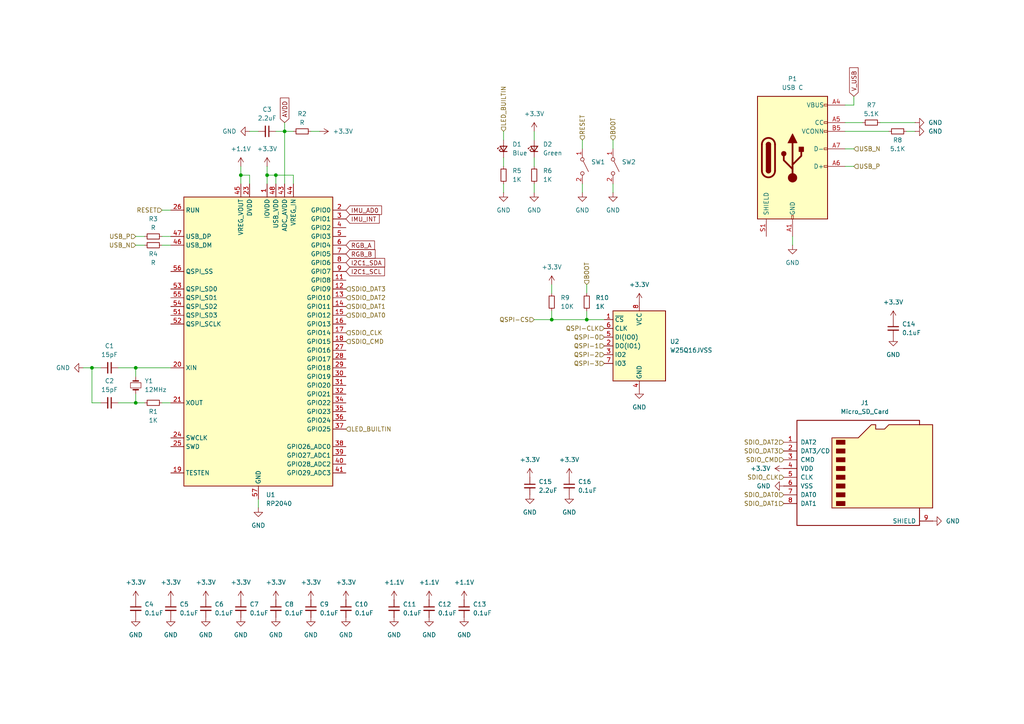
<source format=kicad_sch>
(kicad_sch (version 20231120) (generator "eeschema") (generator_version "8.0")
  (paper "A4")
  (lib_symbols
    (symbol "Connector:Micro_SD_Card" (pin_names (offset 1.016))
      (property "Reference" "J" (at -16.51 15.24 0))
      (property "Value" "Micro_SD_Card" (at 16.51 15.24 0))
      (symbol "Micro_SD_Card_0_1"
        (rectangle (start -7.62 -9.525) (end -5.08 -10.795) (fill (type outline)))
        (rectangle (start -7.62 -6.985) (end -5.08 -8.255) (fill (type outline)))
        (rectangle (start -7.62 -4.445) (end -5.08 -5.715) (fill (type outline)))
        (rectangle (start -7.62 -1.905) (end -5.08 -3.175) (fill (type outline)))
        (rectangle (start -7.62 0.635) (end -5.08 -0.635) (fill (type outline)))
        (rectangle (start -7.62 3.175) (end -5.08 1.905) (fill (type outline)))
        (rectangle (start -7.62 5.715) (end -5.08 4.445) (fill (type outline)))
        (rectangle (start -7.62 8.255) (end -5.08 6.985) (fill (type outline)))
        (polyline (pts (xy 16.51 12.7) (xy 16.51 13.97) (xy -19.05 13.97) (xy -19.05 -16.51) (xy 16.51 -16.51) (xy 16.51 -11.43)) (stroke (width 0.254)))
        (polyline (pts (xy -8.89 -11.43) (xy -8.89 8.89) (xy -1.27 8.89) (xy 2.54 12.7) (xy 3.81 12.7) (xy 3.81 11.43) (xy 6.35 11.43) (xy 7.62 12.7) (xy 20.32 12.7) (xy 20.32 -11.43) (xy -8.89 -11.43)) (stroke (width 0.254)) (fill (type background)))
      )
      (symbol "Micro_SD_Card_1_1"
        (pin bidirectional line (at -22.86 7.62 0) (length 3.81) (name "DAT2") (number "1"))
        (pin bidirectional line (at -22.86 5.08 0) (length 3.81) (name "DAT3/CD") (number "2"))
        (pin input line (at -22.86 2.54 0) (length 3.81) (name "CMD") (number "3"))
        (pin power_in line (at -22.86 0 0) (length 3.81) (name "VDD") (number "4"))
        (pin input line (at -22.86 -2.54 0) (length 3.81) (name "CLK") (number "5"))
        (pin power_in line (at -22.86 -5.08 0) (length 3.81) (name "VSS") (number "6"))
        (pin bidirectional line (at -22.86 -7.62 0) (length 3.81) (name "DAT0") (number "7"))
        (pin bidirectional line (at -22.86 -10.16 0) (length 3.81) (name "DAT1") (number "8"))
        (pin passive line (at 20.32 -15.24 180) (length 3.81) (name "SHIELD") (number "9"))
      )
    )
    (symbol "Connector:USB_C_Plug_USB2.0" (pin_names (offset 1.016))
      (property "Reference" "P" (at -10.16 19.05 0))
      (property "Value" "USB_C_Plug_USB2.0" (at 12.7 19.05 0))
      (symbol "USB_C_Plug_USB2.0_0_0"
        (rectangle (start -0.254 -17.78) (end 0.254 -16.764))
        (rectangle (start 10.16 -2.286) (end 9.144 -2.794))
        (rectangle (start 10.16 2.794) (end 9.144 2.286))
        (rectangle (start 10.16 7.874) (end 9.144 7.366))
        (rectangle (start 10.16 10.414) (end 9.144 9.906))
        (rectangle (start 10.16 15.494) (end 9.144 14.986))
      )
      (symbol "USB_C_Plug_USB2.0_0_1"
        (rectangle (start -10.16 17.78) (end 10.16 -17.78) (stroke (width 0.254)) (fill (type background)))
        (arc (start -8.89 -3.81) (mid -6.985 -5.7067) (end -5.08 -3.81) (stroke (width 0.508)))
        (arc (start -7.62 -3.81) (mid -6.985 -4.4423) (end -6.35 -3.81) (stroke (width 0.254)))
        (arc (start -7.62 -3.81) (mid -6.985 -4.4423) (end -6.35 -3.81) (stroke (width 0.254)) (fill (type outline)))
        (rectangle (start -7.62 -3.81) (end -6.35 3.81) (stroke (width 0.254)) (fill (type outline)))
        (arc (start -6.35 3.81) (mid -6.985 4.4423) (end -7.62 3.81) (stroke (width 0.254)))
        (arc (start -6.35 3.81) (mid -6.985 4.4423) (end -7.62 3.81) (stroke (width 0.254)) (fill (type outline)))
        (arc (start -5.08 3.81) (mid -6.985 5.7067) (end -8.89 3.81) (stroke (width 0.508)))
        (circle (center -2.54 1.143) (radius 0.635) (stroke (width 0.254)) (fill (type outline)))
        (circle (center 0 -5.842) (radius 1.27) (fill (type outline)))
        (polyline (pts (xy -8.89 -3.81) (xy -8.89 3.81)) (stroke (width 0.508)))
        (polyline (pts (xy -5.08 3.81) (xy -5.08 -3.81)) (stroke (width 0.508)))
        (polyline (pts (xy 0 -5.842) (xy 0 4.318)) (stroke (width 0.508)))
        (polyline (pts (xy 0 -3.302) (xy -2.54 -0.762) (xy -2.54 0.508)) (stroke (width 0.508)))
        (polyline (pts (xy 0 -2.032) (xy 2.54 0.508) (xy 2.54 1.778)) (stroke (width 0.508)))
        (polyline (pts (xy -1.27 4.318) (xy 0 6.858) (xy 1.27 4.318) (xy -1.27 4.318)) (stroke (width 0.254)) (fill (type outline)))
        (rectangle (start 1.905 1.778) (end 3.175 3.048) (stroke (width 0.254)) (fill (type outline)))
      )
      (symbol "USB_C_Plug_USB2.0_1_1"
        (pin passive line (at 0 -22.86 90) (length 5.08) (name "GND") (number "A1"))
        (pin passive line (at 0 -22.86 90) (length 5.08) hide (name "GND") (number "A12"))
        (pin passive line (at 15.24 15.24 180) (length 5.08) (name "VBUS") (number "A4"))
        (pin bidirectional line (at 15.24 10.16 180) (length 5.08) (name "CC") (number "A5"))
        (pin bidirectional line (at 15.24 -2.54 180) (length 5.08) (name "D+") (number "A6"))
        (pin bidirectional line (at 15.24 2.54 180) (length 5.08) (name "D-") (number "A7"))
        (pin passive line (at 15.24 15.24 180) (length 5.08) hide (name "VBUS") (number "A9"))
        (pin passive line (at 0 -22.86 90) (length 5.08) hide (name "GND") (number "B1"))
        (pin passive line (at 0 -22.86 90) (length 5.08) hide (name "GND") (number "B12"))
        (pin passive line (at 15.24 15.24 180) (length 5.08) hide (name "VBUS") (number "B4"))
        (pin bidirectional line (at 15.24 7.62 180) (length 5.08) (name "VCONN") (number "B5"))
        (pin passive line (at 15.24 15.24 180) (length 5.08) hide (name "VBUS") (number "B9"))
        (pin passive line (at -7.62 -22.86 90) (length 5.08) (name "SHIELD") (number "S1"))
      )
    )
    (symbol "Device:C_Small" (pin_numbers hide) (pin_names (offset 0.254) hide)
      (property "Reference" "C" (at 0.254 1.778 0))
      (property "Value" "C_Small" (at 0.254 -2.032 0))
      (symbol "C_Small_0_1"
        (polyline (pts (xy -1.524 -0.508) (xy 1.524 -0.508)) (stroke (width 0.3302)))
        (polyline (pts (xy -1.524 0.508) (xy 1.524 0.508)) (stroke (width 0.3048)))
      )
      (symbol "C_Small_1_1"
        (pin passive line (at 0 2.54 270) (length 2.032) (name "~") (number "1"))
        (pin passive line (at 0 -2.54 90) (length 2.032) (name "~") (number "2"))
      )
    )
    (symbol "Device:Crystal_Small" (pin_numbers hide) (pin_names (offset 1.016) hide)
      (property "Reference" "Y" (at 0 2.54 0))
      (property "Value" "Crystal_Small" (at 0 -2.54 0))
      (symbol "Crystal_Small_0_1"
        (rectangle (start -0.762 -1.524) (end 0.762 1.524))
        (polyline (pts (xy -1.27 -0.762) (xy -1.27 0.762)) (stroke (width 0.381)))
        (polyline (pts (xy 1.27 -0.762) (xy 1.27 0.762)) (stroke (width 0.381)))
      )
      (symbol "Crystal_Small_1_1"
        (pin passive line (at -2.54 0 0) (length 1.27) (name "1") (number "1"))
        (pin passive line (at 2.54 0 180) (length 1.27) (name "2") (number "2"))
      )
    )
    (symbol "Device:LED_Small" (pin_numbers hide) (pin_names (offset 0.254) hide)
      (property "Reference" "D" (at -1.27 3.175 0))
      (property "Value" "LED_Small" (at -4.445 -2.54 0))
      (symbol "LED_Small_0_1"
        (polyline (pts (xy -0.762 -1.016) (xy -0.762 1.016)) (stroke (width 0.254)))
        (polyline (pts (xy 1.016 0) (xy -0.762 0)))
        (polyline (pts (xy 0.762 -1.016) (xy -0.762 0) (xy 0.762 1.016) (xy 0.762 -1.016)) (stroke (width 0.254)))
        (polyline (pts (xy 0 0.762) (xy -0.508 1.27) (xy -0.254 1.27) (xy -0.508 1.27) (xy -0.508 1.016)))
        (polyline (pts (xy 0.508 1.27) (xy 0 1.778) (xy 0.254 1.778) (xy 0 1.778) (xy 0 1.524)))
      )
      (symbol "LED_Small_1_1"
        (pin passive line (at -2.54 0 0) (length 1.778) (name "K") (number "1"))
        (pin passive line (at 2.54 0 180) (length 1.778) (name "A") (number "2"))
      )
    )
    (symbol "Device:R_Small" (pin_numbers hide) (pin_names (offset 0.254) hide)
      (property "Reference" "R" (at 0.762 0.508 0))
      (property "Value" "R_Small" (at 0.762 -1.016 0))
      (symbol "R_Small_0_1"
        (rectangle (start -0.762 1.778) (end 0.762 -1.778) (stroke (width 0.2032)))
      )
      (symbol "R_Small_1_1"
        (pin passive line (at 0 2.54 270) (length 0.762) (name "~") (number "1"))
        (pin passive line (at 0 -2.54 90) (length 0.762) (name "~") (number "2"))
      )
    )
    (symbol "MCU_RaspberryPi:RP2040"
      (property "Reference" "U" (at 17.78 45.72 0))
      (property "Value" "RP2040" (at 17.78 43.18 0))
      (symbol "RP2040_0_1"
        (rectangle (start -21.59 41.91) (end 21.59 -41.91) (stroke (width 0.254)) (fill (type background)))
      )
      (symbol "RP2040_1_1"
        (pin power_in line (at 2.54 45.72 270) (length 3.81) (name "IOVDD") (number "1"))
        (pin passive line (at 2.54 45.72 270) (length 3.81) hide (name "IOVDD") (number "10"))
        (pin bidirectional line (at 25.4 17.78 180) (length 3.81) (name "GPIO8") (number "11"))
        (pin bidirectional line (at 25.4 15.24 180) (length 3.81) (name "GPIO9") (number "12"))
        (pin bidirectional line (at 25.4 12.7 180) (length 3.81) (name "GPIO10") (number "13"))
        (pin bidirectional line (at 25.4 10.16 180) (length 3.81) (name "GPIO11") (number "14"))
        (pin bidirectional line (at 25.4 7.62 180) (length 3.81) (name "GPIO12") (number "15"))
        (pin bidirectional line (at 25.4 5.08 180) (length 3.81) (name "GPIO13") (number "16"))
        (pin bidirectional line (at 25.4 2.54 180) (length 3.81) (name "GPIO14") (number "17"))
        (pin bidirectional line (at 25.4 0 180) (length 3.81) (name "GPIO15") (number "18"))
        (pin input line (at -25.4 -38.1 0) (length 3.81) (name "TESTEN") (number "19"))
        (pin bidirectional line (at 25.4 38.1 180) (length 3.81) (name "GPIO0") (number "2"))
        (pin input line (at -25.4 -7.62 0) (length 3.81) (name "XIN") (number "20"))
        (pin passive line (at -25.4 -17.78 0) (length 3.81) (name "XOUT") (number "21"))
        (pin passive line (at 2.54 45.72 270) (length 3.81) hide (name "IOVDD") (number "22"))
        (pin power_in line (at -2.54 45.72 270) (length 3.81) (name "DVDD") (number "23"))
        (pin input line (at -25.4 -27.94 0) (length 3.81) (name "SWCLK") (number "24"))
        (pin bidirectional line (at -25.4 -30.48 0) (length 3.81) (name "SWD") (number "25"))
        (pin input line (at -25.4 38.1 0) (length 3.81) (name "RUN") (number "26"))
        (pin bidirectional line (at 25.4 -2.54 180) (length 3.81) (name "GPIO16") (number "27"))
        (pin bidirectional line (at 25.4 -5.08 180) (length 3.81) (name "GPIO17") (number "28"))
        (pin bidirectional line (at 25.4 -7.62 180) (length 3.81) (name "GPIO18") (number "29"))
        (pin bidirectional line (at 25.4 35.56 180) (length 3.81) (name "GPIO1") (number "3"))
        (pin bidirectional line (at 25.4 -10.16 180) (length 3.81) (name "GPIO19") (number "30"))
        (pin bidirectional line (at 25.4 -12.7 180) (length 3.81) (name "GPIO20") (number "31"))
        (pin bidirectional line (at 25.4 -15.24 180) (length 3.81) (name "GPIO21") (number "32"))
        (pin passive line (at 2.54 45.72 270) (length 3.81) hide (name "IOVDD") (number "33"))
        (pin bidirectional line (at 25.4 -17.78 180) (length 3.81) (name "GPIO22") (number "34"))
        (pin bidirectional line (at 25.4 -20.32 180) (length 3.81) (name "GPIO23") (number "35"))
        (pin bidirectional line (at 25.4 -22.86 180) (length 3.81) (name "GPIO24") (number "36"))
        (pin bidirectional line (at 25.4 -25.4 180) (length 3.81) (name "GPIO25") (number "37"))
        (pin bidirectional line (at 25.4 -30.48 180) (length 3.81) (name "GPIO26_ADC0") (number "38"))
        (pin bidirectional line (at 25.4 -33.02 180) (length 3.81) (name "GPIO27_ADC1") (number "39"))
        (pin bidirectional line (at 25.4 33.02 180) (length 3.81) (name "GPIO2") (number "4"))
        (pin bidirectional line (at 25.4 -35.56 180) (length 3.81) (name "GPIO28_ADC2") (number "40"))
        (pin bidirectional line (at 25.4 -38.1 180) (length 3.81) (name "GPIO29_ADC3") (number "41"))
        (pin passive line (at 2.54 45.72 270) (length 3.81) hide (name "IOVDD") (number "42"))
        (pin power_in line (at 7.62 45.72 270) (length 3.81) (name "ADC_AVDD") (number "43"))
        (pin power_in line (at 10.16 45.72 270) (length 3.81) (name "VREG_IN") (number "44"))
        (pin power_out line (at -5.08 45.72 270) (length 3.81) (name "VREG_VOUT") (number "45"))
        (pin bidirectional line (at -25.4 27.94 0) (length 3.81) (name "USB_DM") (number "46"))
        (pin bidirectional line (at -25.4 30.48 0) (length 3.81) (name "USB_DP") (number "47"))
        (pin power_in line (at 5.08 45.72 270) (length 3.81) (name "USB_VDD") (number "48"))
        (pin passive line (at 2.54 45.72 270) (length 3.81) hide (name "IOVDD") (number "49"))
        (pin bidirectional line (at 25.4 30.48 180) (length 3.81) (name "GPIO3") (number "5"))
        (pin passive line (at -2.54 45.72 270) (length 3.81) hide (name "DVDD") (number "50"))
        (pin bidirectional line (at -25.4 7.62 0) (length 3.81) (name "QSPI_SD3") (number "51"))
        (pin output line (at -25.4 5.08 0) (length 3.81) (name "QSPI_SCLK") (number "52"))
        (pin bidirectional line (at -25.4 15.24 0) (length 3.81) (name "QSPI_SD0") (number "53"))
        (pin bidirectional line (at -25.4 10.16 0) (length 3.81) (name "QSPI_SD2") (number "54"))
        (pin bidirectional line (at -25.4 12.7 0) (length 3.81) (name "QSPI_SD1") (number "55"))
        (pin bidirectional line (at -25.4 20.32 0) (length 3.81) (name "QSPI_SS") (number "56"))
        (pin power_in line (at 0 -45.72 90) (length 3.81) (name "GND") (number "57"))
        (pin bidirectional line (at 25.4 27.94 180) (length 3.81) (name "GPIO4") (number "6"))
        (pin bidirectional line (at 25.4 25.4 180) (length 3.81) (name "GPIO5") (number "7"))
        (pin bidirectional line (at 25.4 22.86 180) (length 3.81) (name "GPIO6") (number "8"))
        (pin bidirectional line (at 25.4 20.32 180) (length 3.81) (name "GPIO7") (number "9"))
      )
    )
    (symbol "Memory_Flash:W25Q16JVSS"
      (property "Reference" "U" (at -6.35 11.43 0))
      (property "Value" "W25Q16JVSS" (at 7.62 11.43 0))
      (symbol "W25Q16JVSS_0_1"
        (rectangle (start -7.62 10.16) (end 7.62 -10.16) (stroke (width 0.254)) (fill (type background)))
      )
      (symbol "W25Q16JVSS_1_1"
        (pin input line (at -10.16 7.62 0) (length 2.54) (name "~{CS}") (number "1"))
        (pin bidirectional line (at -10.16 0 0) (length 2.54) (name "DO(IO1)") (number "2"))
        (pin bidirectional line (at -10.16 -2.54 0) (length 2.54) (name "IO2") (number "3"))
        (pin power_in line (at 0 -12.7 90) (length 2.54) (name "GND") (number "4"))
        (pin bidirectional line (at -10.16 2.54 0) (length 2.54) (name "DI(IO0)") (number "5"))
        (pin input line (at -10.16 5.08 0) (length 2.54) (name "CLK") (number "6"))
        (pin bidirectional line (at -10.16 -5.08 0) (length 2.54) (name "IO3") (number "7"))
        (pin power_in line (at 0 12.7 270) (length 2.54) (name "VCC") (number "8"))
      )
    )
    (symbol "Switch:SW_SPST" (pin_names (offset 0) hide)
      (property "Reference" "SW" (at 0 3.175 0))
      (property "Value" "SW_SPST" (at 0 -2.54 0))
      (symbol "SW_SPST_0_0"
        (circle (center -2.032 0) (radius 0.508))
        (polyline (pts (xy -1.524 0.254) (xy 1.524 1.778)))
        (circle (center 2.032 0) (radius 0.508))
      )
      (symbol "SW_SPST_1_1"
        (pin passive line (at -5.08 0 0) (length 2.54) (name "A") (number "1"))
        (pin passive line (at 5.08 0 180) (length 2.54) (name "B") (number "2"))
      )
    )
    (symbol "power:+3.3V" (power) (pin_numbers hide) (pin_names (offset 0) hide)
      (property "Value" "+3.3V" (at 0 3.556 0))
      (symbol "+3.3V_0_1"
        (polyline (pts (xy -0.762 1.27) (xy 0 2.54)))
        (polyline (pts (xy 0 0) (xy 0 2.54)))
        (polyline (pts (xy 0 2.54) (xy 0.762 1.27)))
      )
      (symbol "+3.3V_1_1"
        (pin power_in line (at 0 0 90) (length 0) (name "~") (number "1"))
      )
    )
    (symbol "power:GND" (power) (pin_numbers hide) (pin_names (offset 0) hide)
      (property "Value" "GND" (at 0 -3.81 0))
      (symbol "GND_0_1"
        (polyline (pts (xy 0 0) (xy 0 -1.27) (xy 1.27 -1.27) (xy 0 -2.54) (xy -1.27 -1.27) (xy 0 -1.27)))
      )
      (symbol "GND_1_1"
        (pin power_in line (at 0 0 270) (length 0) (name "~") (number "1"))
      )
    )
  )
  (junction (at 80.01 50.8))
  (junction (at 69.85 50.8))
  (junction (at 39.37 116.84))
  (junction (at 160.02 92.71))
  (junction (at 170.18 92.71))
  (junction (at 39.37 106.68))
  (junction (at 77.47 50.8))
  (junction (at 26.67 106.68))
  (junction (at 82.55 38.1))
  (wire (pts (xy 245.11 48.26) (xy 247.65 48.26)))
  (wire (pts (xy 245.11 38.1) (xy 257.81 38.1)))
  (wire (pts (xy 72.39 50.8) (xy 69.85 50.8)))
  (wire (pts (xy 146.05 53.34) (xy 146.05 55.88)))
  (wire (pts (xy 255.27 35.56) (xy 265.43 35.56)))
  (wire (pts (xy 154.94 45.72) (xy 154.94 48.26)))
  (wire (pts (xy 34.29 116.84) (xy 39.37 116.84)))
  (wire (pts (xy 177.8 53.34) (xy 177.8 55.88)))
  (wire (pts (xy 39.37 71.12) (xy 41.91 71.12)))
  (wire (pts (xy 170.18 82.55) (xy 170.18 85.09)))
  (wire (pts (xy 39.37 106.68) (xy 39.37 109.22)))
  (wire (pts (xy 154.94 38.1) (xy 154.94 40.64)))
  (wire (pts (xy 39.37 68.58) (xy 41.91 68.58)))
  (wire (pts (xy 154.94 92.71) (xy 160.02 92.71)))
  (wire (pts (xy 177.8 40.64) (xy 177.8 43.18)))
  (wire (pts (xy 24.13 106.68) (xy 26.67 106.68)))
  (wire (pts (xy 77.47 48.26) (xy 77.47 50.8)))
  (wire (pts (xy 80.01 50.8) (xy 77.47 50.8)))
  (wire (pts (xy 26.67 116.84) (xy 26.67 106.68)))
  (wire (pts (xy 85.09 50.8) (xy 80.01 50.8)))
  (wire (pts (xy 160.02 90.17) (xy 160.02 92.71)))
  (wire (pts (xy 46.99 68.58) (xy 49.53 68.58)))
  (wire (pts (xy 247.65 30.48) (xy 245.11 30.48)))
  (wire (pts (xy 82.55 35.56) (xy 82.55 38.1)))
  (wire (pts (xy 74.93 144.78) (xy 74.93 147.32)))
  (wire (pts (xy 29.21 116.84) (xy 26.67 116.84)))
  (wire (pts (xy 82.55 38.1) (xy 85.09 38.1)))
  (wire (pts (xy 39.37 116.84) (xy 41.91 116.84)))
  (wire (pts (xy 46.99 71.12) (xy 49.53 71.12)))
  (wire (pts (xy 245.11 43.18) (xy 247.65 43.18)))
  (wire (pts (xy 46.99 60.96) (xy 49.53 60.96)))
  (wire (pts (xy 168.91 40.64) (xy 168.91 43.18)))
  (wire (pts (xy 160.02 82.55) (xy 160.02 85.09)))
  (wire (pts (xy 146.05 45.72) (xy 146.05 48.26)))
  (wire (pts (xy 247.65 27.94) (xy 247.65 30.48)))
  (wire (pts (xy 170.18 90.17) (xy 170.18 92.71)))
  (wire (pts (xy 168.91 53.34) (xy 168.91 55.88)))
  (wire (pts (xy 80.01 53.34) (xy 80.01 50.8)))
  (wire (pts (xy 49.53 106.68) (xy 39.37 106.68)))
  (wire (pts (xy 154.94 53.34) (xy 154.94 55.88)))
  (wire (pts (xy 170.18 92.71) (xy 175.26 92.71)))
  (wire (pts (xy 160.02 92.71) (xy 170.18 92.71)))
  (wire (pts (xy 245.11 35.56) (xy 250.19 35.56)))
  (wire (pts (xy 26.67 106.68) (xy 29.21 106.68)))
  (wire (pts (xy 90.17 38.1) (xy 92.71 38.1)))
  (wire (pts (xy 146.05 38.1) (xy 146.05 40.64)))
  (wire (pts (xy 69.85 48.26) (xy 69.85 50.8)))
  (wire (pts (xy 77.47 50.8) (xy 77.47 53.34)))
  (wire (pts (xy 69.85 50.8) (xy 69.85 53.34)))
  (wire (pts (xy 72.39 53.34) (xy 72.39 50.8)))
  (wire (pts (xy 34.29 106.68) (xy 39.37 106.68)))
  (wire (pts (xy 85.09 53.34) (xy 85.09 50.8)))
  (wire (pts (xy 82.55 38.1) (xy 82.55 53.34)))
  (wire (pts (xy 39.37 114.3) (xy 39.37 116.84)))
  (wire (pts (xy 46.99 116.84) (xy 49.53 116.84)))
  (wire (pts (xy 80.01 38.1) (xy 82.55 38.1)))
  (wire (pts (xy 72.39 38.1) (xy 74.93 38.1)))
  (wire (pts (xy 229.87 68.58) (xy 229.87 71.12)))
  (wire (pts (xy 262.89 38.1) (xy 265.43 38.1)))
  (global_label "I2C1_SDA" (shape input) (at 100.33 76.2 0) (property "Intersheetrefs" "${INTERSHEET_REFS}" (effects (hide yes))))
  (global_label "RGB_B" (shape input) (at 100.33 73.66 0) (property "Intersheetrefs" "${INTERSHEET_REFS}" (effects (hide yes))))
  (global_label "I2C1_SCL" (shape input) (at 100.33 78.74 0) (property "Intersheetrefs" "${INTERSHEET_REFS}" (effects (hide yes))))
  (global_label "IMU_INT" (shape input) (at 100.33 63.5 0) (property "Intersheetrefs" "${INTERSHEET_REFS}" (effects (hide yes))))
  (global_label "RGB_A" (shape input) (at 100.33 71.12 0) (property "Intersheetrefs" "${INTERSHEET_REFS}" (effects (hide yes))))
  (global_label "AVDD" (shape input) (at 82.55 35.56 90) (property "Intersheetrefs" "${INTERSHEET_REFS}" (effects (hide yes))))
  (global_label "V_USB" (shape input) (at 247.65 27.94 90) (property "Intersheetrefs" "${INTERSHEET_REFS}" (effects (hide yes))))
  (global_label "IMU_AD0" (shape input) (at 100.33 60.96 0) (property "Intersheetrefs" "${INTERSHEET_REFS}" (effects (hide yes))))
  (hierarchical_label "SDIO_CLK" (shape input) (at 227.33 138.43 180))
  (hierarchical_label "SDIO_CLK" (shape input) (at 100.33 96.52 0))
  (hierarchical_label "LED_BUILTIN" (shape input) (at 146.05 38.1 90))
  (hierarchical_label "SDIO_DAT1" (shape input) (at 100.33 88.9 0))
  (hierarchical_label "SDIO_DAT3" (shape input) (at 227.33 130.81 180))
  (hierarchical_label "BOOT" (shape input) (at 177.8 40.64 90))
  (hierarchical_label "USB_P" (shape input) (at 247.65 48.26 0))
  (hierarchical_label "SDIO_CMD" (shape input) (at 100.33 99.06 0))
  (hierarchical_label "QSPI-2" (shape input) (at 175.26 102.87 180))
  (hierarchical_label "QSPI-0" (shape input) (at 175.26 97.79 180))
  (hierarchical_label "SDIO_DAT3" (shape input) (at 100.33 83.82 0))
  (hierarchical_label "SDIO_CMD" (shape input) (at 227.33 133.35 180))
  (hierarchical_label "RESET" (shape input) (at 168.91 40.64 90))
  (hierarchical_label "SDIO_DAT2" (shape input) (at 227.33 128.27 180))
  (hierarchical_label "RESET" (shape input) (at 46.99 60.96 180))
  (hierarchical_label "LED_BUILTIN" (shape input) (at 100.33 124.46 0))
  (hierarchical_label "SDIO_DAT0" (shape input) (at 227.33 143.51 180))
  (hierarchical_label "SDIO_DAT0" (shape input) (at 100.33 91.44 0))
  (hierarchical_label "QSPI-CS" (shape input) (at 154.94 92.71 180))
  (hierarchical_label "QSPI-3" (shape input) (at 175.26 105.41 180))
  (hierarchical_label "SDIO_DAT2" (shape input) (at 100.33 86.36 0))
  (hierarchical_label "QSPI-1" (shape input) (at 175.26 100.33 180))
  (hierarchical_label "USB_N" (shape input) (at 39.37 71.12 180))
  (hierarchical_label "QSPI-CLK" (shape input) (at 175.26 95.25 180))
  (hierarchical_label "USB_P" (shape input) (at 39.37 68.58 180))
  (hierarchical_label "USB_N" (shape input) (at 247.65 43.18 0))
  (hierarchical_label "SDIO_DAT1" (shape input) (at 227.33 146.05 180))
  (hierarchical_label "BOOT" (shape input) (at 170.18 82.55 90))
  (symbol (lib_id "power:GND") (at 265.43 35.56 90) (unit 1)
    (property "Reference" "#PWR033" (effects (hide yes)))
    (property "Value" "GND" (at 269.24 35.5599 90) (effects (justify right)))
    (property "Description" "Power symbol creates a global label with name \"GND\" , ground" (effects (hide yes)))
  )
  (symbol (lib_id "power:GND") (at 72.39 38.1 270) (unit 1)
    (property "Reference" "#PWR05" (effects (hide yes)))
    (property "Value" "GND" (at 68.58 38.0999 90) (effects (justify right)))
    (property "Description" "Power symbol creates a global label with name \"GND\" , ground" (effects (hide yes)))
  )
  (symbol (lib_id "Device:C_Small") (at 259.08 95.25 0) (unit 1)
    (property "Reference" "C14" (at 261.62 93.9862 0) (effects (justify left)))
    (property "Value" "0.1uF" (at 261.62 96.5262 0) (effects (justify left)))
    (property "Footprint" "Capacitor_SMD:C_0402_1005Metric" (effects (hide yes)))
    (property "Description" "Unpolarized capacitor, small symbol" (effects (hide yes)))
  )
  (symbol (lib_id "power:+3.3V") (at 114.3 173.99 0) (unit 1)
    (property "Reference" "#PWR022" (effects (hide yes)))
    (property "Value" "+1.1V" (at 114.3 168.91 0))
    (property "Description" "Power symbol creates a global label with name \"+3.3V\"" (effects (hide yes)))
  )
  (symbol (lib_id "power:GND") (at 168.91 55.88 0) (unit 1)
    (property "Reference" "#PWR030" (effects (hide yes)))
    (property "Value" "GND" (at 168.91 60.96 0))
    (property "Description" "Power symbol creates a global label with name \"GND\" , ground" (effects (hide yes)))
  )
  (symbol (lib_id "power:GND") (at 134.62 179.07 0) (unit 1)
    (property "Reference" "#PWR026" (effects (hide yes)))
    (property "Value" "GND" (at 134.62 184.15 0))
    (property "Description" "Power symbol creates a global label with name \"GND\" , ground" (effects (hide yes)))
  )
  (symbol (lib_id "Device:C_Small") (at 39.37 176.53 0) (unit 1)
    (property "Reference" "C4" (at 41.91 175.2662 0) (effects (justify left)))
    (property "Value" "0.1uF" (at 41.91 177.8062 0) (effects (justify left)))
    (property "Footprint" "Capacitor_SMD:C_0402_1005Metric" (effects (hide yes)))
    (property "Description" "Unpolarized capacitor, small symbol" (effects (hide yes)))
  )
  (symbol (lib_id "Device:C_Small") (at 100.33 176.53 0) (unit 1)
    (property "Reference" "C10" (at 102.87 175.2662 0) (effects (justify left)))
    (property "Value" "0.1uF" (at 102.87 177.8062 0) (effects (justify left)))
    (property "Footprint" "Capacitor_SMD:C_0402_1005Metric" (effects (hide yes)))
    (property "Description" "Unpolarized capacitor, small symbol" (effects (hide yes)))
  )
  (symbol (lib_id "power:GND") (at 114.3 179.07 0) (unit 1)
    (property "Reference" "#PWR021" (effects (hide yes)))
    (property "Value" "GND" (at 114.3 184.15 0))
    (property "Description" "Power symbol creates a global label with name \"GND\" , ground" (effects (hide yes)))
  )
  (symbol (lib_id "power:GND") (at 165.1 143.51 0) (unit 1)
    (property "Reference" "#PWR043" (effects (hide yes)))
    (property "Value" "GND" (at 165.1 148.59 0))
    (property "Description" "Power symbol creates a global label with name \"GND\" , ground" (effects (hide yes)))
  )
  (symbol (lib_id "power:+3.3V") (at 80.01 173.99 0) (unit 1)
    (property "Reference" "#PWR015" (effects (hide yes)))
    (property "Value" "+3.3V" (at 80.01 168.91 0))
    (property "Description" "Power symbol creates a global label with name \"+3.3V\"" (effects (hide yes)))
  )
  (symbol (lib_id "Device:C_Small") (at 69.85 176.53 0) (unit 1)
    (property "Reference" "C7" (at 72.39 175.2662 0) (effects (justify left)))
    (property "Value" "0.1uF" (at 72.39 177.8062 0) (effects (justify left)))
    (property "Footprint" "Capacitor_SMD:C_0402_1005Metric" (effects (hide yes)))
    (property "Description" "Unpolarized capacitor, small symbol" (effects (hide yes)))
  )
  (symbol (lib_id "power:+3.3V") (at 259.08 92.71 0) (unit 1)
    (property "Reference" "#PWR036" (effects (hide yes)))
    (property "Value" "+3.3V" (at 259.08 87.63 0))
    (property "Description" "Power symbol creates a global label with name \"+3.3V\"" (effects (hide yes)))
  )
  (symbol (lib_id "power:+3.3V") (at 154.94 38.1 0) (unit 1)
    (property "Reference" "#PWR029" (effects (hide yes)))
    (property "Value" "+3.3V" (at 154.94 33.02 0))
    (property "Description" "Power symbol creates a global label with name \"+3.3V\"" (effects (hide yes)))
  )
  (symbol (lib_id "power:+3.3V") (at 77.47 48.26 0) (unit 1)
    (property "Reference" "#PWR02" (effects (hide yes)))
    (property "Value" "+3.3V" (at 77.47 43.18 0))
    (property "Description" "Power symbol creates a global label with name \"+3.3V\"" (effects (hide yes)))
  )
  (symbol (lib_id "power:GND") (at 59.69 179.07 0) (unit 1)
    (property "Reference" "#PWR012" (effects (hide yes)))
    (property "Value" "GND" (at 59.69 184.15 0))
    (property "Description" "Power symbol creates a global label with name \"GND\" , ground" (effects (hide yes)))
  )
  (symbol (lib_id "power:GND") (at 265.43 38.1 90) (unit 1)
    (property "Reference" "#PWR034" (effects (hide yes)))
    (property "Value" "GND" (at 269.24 38.0999 90) (effects (justify right)))
    (property "Description" "Power symbol creates a global label with name \"GND\" , ground" (effects (hide yes)))
  )
  (symbol (lib_id "Device:C_Small") (at 134.62 176.53 0) (unit 1)
    (property "Reference" "C13" (at 137.16 175.2662 0) (effects (justify left)))
    (property "Value" "0.1uF" (at 137.16 177.8062 0) (effects (justify left)))
    (property "Footprint" "Capacitor_SMD:C_0402_1005Metric" (effects (hide yes)))
    (property "Description" "Unpolarized capacitor, small symbol" (effects (hide yes)))
  )
  (symbol (lib_id "power:GND") (at 259.08 97.79 0) (unit 1)
    (property "Reference" "#PWR037" (effects (hide yes)))
    (property "Value" "GND" (at 259.08 102.87 0))
    (property "Description" "Power symbol creates a global label with name \"GND\" , ground" (effects (hide yes)))
  )
  (symbol (lib_id "Device:C_Small") (at 49.53 176.53 0) (unit 1)
    (property "Reference" "C5" (at 52.07 175.2662 0) (effects (justify left)))
    (property "Value" "0.1uF" (at 52.07 177.8062 0) (effects (justify left)))
    (property "Footprint" "Capacitor_SMD:C_0402_1005Metric" (effects (hide yes)))
    (property "Description" "Unpolarized capacitor, small symbol" (effects (hide yes)))
  )
  (symbol (lib_id "Device:C_Small") (at 77.47 38.1 270) (unit 1)
    (property "Reference" "C3" (at 77.4636 31.75 90))
    (property "Value" "2.2uF" (at 77.4636 34.29 90))
    (property "Footprint" "Capacitor_SMD:C_0402_1005Metric" (effects (hide yes)))
    (property "Description" "Unpolarized capacitor, small symbol" (effects (hide yes)))
  )
  (symbol (lib_id "power:GND") (at 74.93 147.32 0) (unit 1)
    (property "Reference" "#PWR06" (effects (hide yes)))
    (property "Value" "GND" (at 74.93 152.4 0))
    (property "Description" "Power symbol creates a global label with name \"GND\" , ground" (effects (hide yes)))
  )
  (symbol (lib_id "power:+3.3V") (at 59.69 173.99 0) (unit 1)
    (property "Reference" "#PWR011" (effects (hide yes)))
    (property "Value" "+3.3V" (at 59.69 168.91 0))
    (property "Description" "Power symbol creates a global label with name \"+3.3V\"" (effects (hide yes)))
  )
  (symbol (lib_id "power:GND") (at 154.94 55.88 0) (unit 1)
    (property "Reference" "#PWR028" (effects (hide yes)))
    (property "Value" "GND" (at 154.94 60.96 0))
    (property "Description" "Power symbol creates a global label with name \"GND\" , ground" (effects (hide yes)))
  )
  (symbol (lib_id "Device:R_Small") (at 146.05 50.8 0) (unit 1)
    (property "Reference" "R5" (at 148.59 49.5299 0) (effects (justify left)))
    (property "Value" "1K" (at 148.59 52.0699 0) (effects (justify left)))
    (property "Footprint" "Resistor_SMD:R_0402_1005Metric" (effects (hide yes)))
    (property "Description" "Resistor, small symbol" (effects (hide yes)))
  )
  (symbol (lib_id "Device:C_Small") (at 124.46 176.53 0) (unit 1)
    (property "Reference" "C12" (at 127 175.2662 0) (effects (justify left)))
    (property "Value" "0.1uF" (at 127 177.8062 0) (effects (justify left)))
    (property "Footprint" "Capacitor_SMD:C_0402_1005Metric" (effects (hide yes)))
    (property "Description" "Unpolarized capacitor, small symbol" (effects (hide yes)))
  )
  (symbol (lib_id "power:GND") (at 69.85 179.07 0) (unit 1)
    (property "Reference" "#PWR014" (effects (hide yes)))
    (property "Value" "GND" (at 69.85 184.15 0))
    (property "Description" "Power symbol creates a global label with name \"GND\" , ground" (effects (hide yes)))
  )
  (symbol (lib_id "power:GND") (at 270.51 151.13 90) (unit 1)
    (property "Reference" "#PWR035" (effects (hide yes)))
    (property "Value" "GND" (at 274.32 151.1299 90) (effects (justify right)))
    (property "Description" "Power symbol creates a global label with name \"GND\" , ground" (effects (hide yes)))
  )
  (symbol (lib_id "power:+3.3V") (at 185.42 87.63 0) (unit 1)
    (property "Reference" "#PWR045" (effects (hide yes)))
    (property "Value" "+3.3V" (at 185.42 82.55 0))
    (property "Description" "Power symbol creates a global label with name \"+3.3V\"" (effects (hide yes)))
  )
  (symbol (lib_id "Device:R_Small") (at 160.02 87.63 0) (unit 1)
    (property "Reference" "R9" (at 162.56 86.3599 0) (effects (justify left)))
    (property "Value" "10K" (at 162.56 88.8999 0) (effects (justify left)))
    (property "Footprint" "Resistor_SMD:R_0402_1005Metric" (effects (hide yes)))
    (property "Description" "Resistor, small symbol" (effects (hide yes)))
  )
  (symbol (lib_id "Device:C_Small") (at 59.69 176.53 0) (unit 1)
    (property "Reference" "C6" (at 62.23 175.2662 0) (effects (justify left)))
    (property "Value" "0.1uF" (at 62.23 177.8062 0) (effects (justify left)))
    (property "Footprint" "Capacitor_SMD:C_0402_1005Metric" (effects (hide yes)))
    (property "Description" "Unpolarized capacitor, small symbol" (effects (hide yes)))
  )
  (symbol (lib_id "power:GND") (at 90.17 179.07 0) (unit 1)
    (property "Reference" "#PWR018" (effects (hide yes)))
    (property "Value" "GND" (at 90.17 184.15 0))
    (property "Description" "Power symbol creates a global label with name \"GND\" , ground" (effects (hide yes)))
  )
  (symbol (lib_id "power:+3.3V") (at 160.02 82.55 0) (unit 1)
    (property "Reference" "#PWR046" (effects (hide yes)))
    (property "Value" "+3.3V" (at 160.02 77.47 0))
    (property "Description" "Power symbol creates a global label with name \"+3.3V\"" (effects (hide yes)))
  )
  (symbol (lib_id "Device:Crystal_Small") (at 39.37 111.76 90) (unit 1)
    (property "Reference" "Y1" (at 41.91 110.4899 90) (effects (justify right)))
    (property "Value" "12MHz" (at 41.91 113.0299 90) (effects (justify right)))
    (property "Description" "Two pin crystal, small symbol" (effects (hide yes)))
  )
  (symbol (lib_id "power:GND") (at 153.67 143.51 0) (unit 1)
    (property "Reference" "#PWR041" (effects (hide yes)))
    (property "Value" "GND" (at 153.67 148.59 0))
    (property "Description" "Power symbol creates a global label with name \"GND\" , ground" (effects (hide yes)))
  )
  (symbol (lib_id "Switch:SW_SPST") (at 177.8 48.26 270) (unit 1)
    (property "Reference" "SW2" (at 180.34 46.9899 90) (effects (justify left)))
    (property "Value" "SW_SPST" (effects (hide yes)))
    (property "Description" "Single Pole Single Throw (SPST) switch" (effects (hide yes)))
  )
  (symbol (lib_id "Device:C_Small") (at 31.75 116.84 270) (unit 1)
    (property "Reference" "C2" (at 31.7436 110.49 90))
    (property "Value" "15pF" (at 31.7436 113.03 90))
    (property "Footprint" "Capacitor_SMD:C_0402_1005Metric" (effects (hide yes)))
    (property "Description" "Unpolarized capacitor, small symbol" (effects (hide yes)))
  )
  (symbol (lib_id "power:GND") (at 49.53 179.07 0) (unit 1)
    (property "Reference" "#PWR010" (effects (hide yes)))
    (property "Value" "GND" (at 49.53 184.15 0))
    (property "Description" "Power symbol creates a global label with name \"GND\" , ground" (effects (hide yes)))
  )
  (symbol (lib_id "Device:R_Small") (at 87.63 38.1 90) (unit 1)
    (property "Reference" "R2" (at 87.63 33.02 90))
    (property "Value" "R" (at 87.63 35.56 90))
    (property "Footprint" "Resistor_SMD:R_0402_1005Metric" (effects (hide yes)))
    (property "Description" "Resistor, small symbol" (effects (hide yes)))
  )
  (symbol (lib_id "Device:R_Small") (at 44.45 116.84 90) (unit 1)
    (property "Reference" "R1" (at 44.45 119.38 90))
    (property "Value" "1K" (at 44.45 121.92 90))
    (property "Footprint" "Resistor_SMD:R_0402_1005Metric" (effects (hide yes)))
    (property "Description" "Resistor, small symbol" (effects (hide yes)))
  )
  (symbol (lib_id "Device:C_Small") (at 165.1 140.97 0) (unit 1)
    (property "Reference" "C16" (at 167.64 139.7062 0) (effects (justify left)))
    (property "Value" "0.1uF" (at 167.64 142.2462 0) (effects (justify left)))
    (property "Footprint" "Capacitor_SMD:C_0402_1005Metric" (effects (hide yes)))
    (property "Description" "Unpolarized capacitor, small symbol" (effects (hide yes)))
  )
  (symbol (lib_id "power:GND") (at 39.37 179.07 0) (unit 1)
    (property "Reference" "#PWR08" (effects (hide yes)))
    (property "Value" "GND" (at 39.37 184.15 0))
    (property "Description" "Power symbol creates a global label with name \"GND\" , ground" (effects (hide yes)))
  )
  (symbol (lib_id "Device:C_Small") (at 90.17 176.53 0) (unit 1)
    (property "Reference" "C9" (at 92.71 175.2662 0) (effects (justify left)))
    (property "Value" "0.1uF" (at 92.71 177.8062 0) (effects (justify left)))
    (property "Footprint" "Capacitor_SMD:C_0402_1005Metric" (effects (hide yes)))
    (property "Description" "Unpolarized capacitor, small symbol" (effects (hide yes)))
  )
  (symbol (lib_id "power:GND") (at 80.01 179.07 0) (unit 1)
    (property "Reference" "#PWR016" (effects (hide yes)))
    (property "Value" "GND" (at 80.01 184.15 0))
    (property "Description" "Power symbol creates a global label with name \"GND\" , ground" (effects (hide yes)))
  )
  (symbol (lib_id "Device:R_Small") (at 44.45 68.58 90) (unit 1)
    (property "Reference" "R3" (at 44.45 63.5 90))
    (property "Value" "R" (at 44.45 66.04 90))
    (property "Footprint" "Resistor_SMD:R_0402_1005Metric" (effects (hide yes)))
    (property "Description" "Resistor, small symbol" (effects (hide yes)))
  )
  (symbol (lib_id "power:GND") (at 24.13 106.68 270) (unit 1)
    (property "Reference" "#PWR03" (effects (hide yes)))
    (property "Value" "GND" (at 20.32 106.6799 90) (effects (justify right)))
    (property "Description" "Power symbol creates a global label with name \"GND\" , ground" (effects (hide yes)))
  )
  (symbol (lib_id "Device:R_Small") (at 154.94 50.8 0) (unit 1)
    (property "Reference" "R6" (at 157.48 49.5299 0) (effects (justify left)))
    (property "Value" "1K" (at 157.48 52.0699 0) (effects (justify left)))
    (property "Footprint" "Resistor_SMD:R_0402_1005Metric" (effects (hide yes)))
    (property "Description" "Resistor, small symbol" (effects (hide yes)))
  )
  (symbol (lib_id "Connector:Micro_SD_Card") (at 250.19 135.89 0) (unit 1)
    (property "Reference" "J1" (at 250.825 116.84 0))
    (property "Value" "Micro_SD_Card" (at 250.825 119.38 0))
    (property "Datasheet" "http://katalog.we-online.de/em/datasheet/693072010801.pdf" (effects (hide yes)))
    (property "Description" "Micro SD Card Socket" (effects (hide yes)))
  )
  (symbol (lib_id "power:+3.3V") (at 227.33 135.89 90) (unit 1)
    (property "Reference" "#PWR038" (effects (hide yes)))
    (property "Value" "+3.3V" (at 223.52 135.8899 90) (effects (justify left)))
    (property "Description" "Power symbol creates a global label with name \"+3.3V\"" (effects (hide yes)))
  )
  (symbol (lib_id "Memory_Flash:W25Q16JVSS") (at 185.42 100.33 0) (unit 1)
    (property "Reference" "U2" (at 194.31 99.0599 0) (effects (justify left)))
    (property "Value" "W25Q16JVSS" (at 194.31 101.5999 0) (effects (justify left)))
    (property "Footprint" "Package_SO:SOIC-8_5.23x5.23mm_P1.27mm" (effects (hide yes)))
    (property "Datasheet" "https://www.winbond.com/hq/support/documentation/levelOne.jsp?__locale=en&DocNo=DA00-W25Q16JV.1" (effects (hide yes)))
    (property "Description" "16Mb Serial Flash Memory, Standard/Dual/Quad SPI, SOIC-8" (effects (hide yes)))
  )
  (symbol (lib_id "Device:LED_Small") (at 154.94 43.18 90) (unit 1)
    (property "Reference" "D2" (at 157.48 41.8464 90) (effects (justify right)))
    (property "Value" "Green" (at 157.48 44.3864 90) (effects (justify right)))
    (property "Footprint" "LED_SMD:LED_0603_1608Metric" (effects (hide yes)))
    (property "Description" "Light emitting diode, small symbol" (effects (hide yes)))
  )
  (symbol (lib_id "power:GND") (at 229.87 71.12 0) (unit 1)
    (property "Reference" "#PWR032" (effects (hide yes)))
    (property "Value" "GND" (at 229.87 76.2 0))
    (property "Description" "Power symbol creates a global label with name \"GND\" , ground" (effects (hide yes)))
  )
  (symbol (lib_id "Device:R_Small") (at 170.18 87.63 0) (unit 1)
    (property "Reference" "R10" (at 172.72 86.3599 0) (effects (justify left)))
    (property "Value" "1K" (at 172.72 88.8999 0) (effects (justify left)))
    (property "Footprint" "Resistor_SMD:R_0402_1005Metric" (effects (hide yes)))
    (property "Description" "Resistor, small symbol" (effects (hide yes)))
  )
  (symbol (lib_id "power:+3.3V") (at 92.71 38.1 270) (unit 1)
    (property "Reference" "#PWR04" (effects (hide yes)))
    (property "Value" "+3.3V" (at 96.52 38.0999 90) (effects (justify left)))
    (property "Description" "Power symbol creates a global label with name \"+3.3V\"" (effects (hide yes)))
  )
  (symbol (lib_id "Device:C_Small") (at 31.75 106.68 270) (unit 1)
    (property "Reference" "C1" (at 31.7436 100.33 90))
    (property "Value" "15pF" (at 31.7436 102.87 90))
    (property "Footprint" "Capacitor_SMD:C_0402_1005Metric" (effects (hide yes)))
    (property "Description" "Unpolarized capacitor, small symbol" (effects (hide yes)))
  )
  (symbol (lib_id "Connector:USB_C_Plug_USB2.0") (at 229.87 45.72 0) (unit 1)
    (property "Reference" "P1" (at 229.87 22.86 0))
    (property "Value" "USB C" (at 229.87 25.4 0))
    (property "Datasheet" "https://www.usb.org/sites/default/files/documents/usb_type-c.zip" (effects (hide yes)))
    (property "Description" "USB 2.0-only Type-C Plug connector" (effects (hide yes)))
  )
  (symbol (lib_id "power:+3.3V") (at 124.46 173.99 0) (unit 1)
    (property "Reference" "#PWR023" (effects (hide yes)))
    (property "Value" "+1.1V" (at 124.46 168.91 0))
    (property "Description" "Power symbol creates a global label with name \"+3.3V\"" (effects (hide yes)))
  )
  (symbol (lib_id "power:GND") (at 185.42 113.03 0) (unit 1)
    (property "Reference" "#PWR044" (effects (hide yes)))
    (property "Value" "GND" (at 185.42 118.11 0))
    (property "Description" "Power symbol creates a global label with name \"GND\" , ground" (effects (hide yes)))
  )
  (symbol (lib_id "power:+3.3V") (at 153.67 138.43 0) (unit 1)
    (property "Reference" "#PWR040" (effects (hide yes)))
    (property "Value" "+3.3V" (at 153.67 133.35 0))
    (property "Description" "Power symbol creates a global label with name \"+3.3V\"" (effects (hide yes)))
  )
  (symbol (lib_id "MCU_RaspberryPi:RP2040") (at 74.93 99.06 0) (unit 1)
    (property "Reference" "U1" (at 77.1241 143.51 0) (effects (justify left)))
    (property "Value" "RP2040" (at 77.1241 146.05 0) (effects (justify left)))
    (property "Footprint" "Package_DFN_QFN:QFN-56-1EP_7x7mm_P0.4mm_EP3.2x3.2mm" (effects (hide yes)))
    (property "Datasheet" "https://datasheets.raspberrypi.com/rp2040/rp2040-datasheet.pdf" (effects (hide yes)))
    (property "Description" "A microcontroller by Raspberry Pi" (effects (hide yes)))
  )
  (symbol (lib_id "power:+3.3V") (at 100.33 173.99 0) (unit 1)
    (property "Reference" "#PWR019" (effects (hide yes)))
    (property "Value" "+3.3V" (at 100.33 168.91 0))
    (property "Description" "Power symbol creates a global label with name \"+3.3V\"" (effects (hide yes)))
  )
  (symbol (lib_id "Device:R_Small") (at 44.45 71.12 90) (unit 1)
    (property "Reference" "R4" (at 44.45 73.66 90))
    (property "Value" "R" (at 44.45 76.2 90))
    (property "Footprint" "Resistor_SMD:R_0402_1005Metric" (effects (hide yes)))
    (property "Description" "Resistor, small symbol" (effects (hide yes)))
  )
  (symbol (lib_id "power:+3.3V") (at 90.17 173.99 0) (unit 1)
    (property "Reference" "#PWR017" (effects (hide yes)))
    (property "Value" "+3.3V" (at 90.17 168.91 0))
    (property "Description" "Power symbol creates a global label with name \"+3.3V\"" (effects (hide yes)))
  )
  (symbol (lib_id "power:+3.3V") (at 69.85 173.99 0) (unit 1)
    (property "Reference" "#PWR013" (effects (hide yes)))
    (property "Value" "+3.3V" (at 69.85 168.91 0))
    (property "Description" "Power symbol creates a global label with name \"+3.3V\"" (effects (hide yes)))
  )
  (symbol (lib_id "power:+3.3V") (at 49.53 173.99 0) (unit 1)
    (property "Reference" "#PWR09" (effects (hide yes)))
    (property "Value" "+3.3V" (at 49.53 168.91 0))
    (property "Description" "Power symbol creates a global label with name \"+3.3V\"" (effects (hide yes)))
  )
  (symbol (lib_id "power:GND") (at 100.33 179.07 0) (unit 1)
    (property "Reference" "#PWR020" (effects (hide yes)))
    (property "Value" "GND" (at 100.33 184.15 0))
    (property "Description" "Power symbol creates a global label with name \"GND\" , ground" (effects (hide yes)))
  )
  (symbol (lib_id "power:GND") (at 124.46 179.07 0) (unit 1)
    (property "Reference" "#PWR024" (effects (hide yes)))
    (property "Value" "GND" (at 124.46 184.15 0))
    (property "Description" "Power symbol creates a global label with name \"GND\" , ground" (effects (hide yes)))
  )
  (symbol (lib_id "power:+3.3V") (at 39.37 173.99 0) (unit 1)
    (property "Reference" "#PWR07" (effects (hide yes)))
    (property "Value" "+3.3V" (at 39.37 168.91 0))
    (property "Description" "Power symbol creates a global label with name \"+3.3V\"" (effects (hide yes)))
  )
  (symbol (lib_id "power:GND") (at 227.33 140.97 270) (unit 1)
    (property "Reference" "#PWR039" (effects (hide yes)))
    (property "Value" "GND" (at 223.52 140.9699 90) (effects (justify right)))
    (property "Description" "Power symbol creates a global label with name \"GND\" , ground" (effects (hide yes)))
  )
  (symbol (lib_id "power:GND") (at 177.8 55.88 0) (unit 1)
    (property "Reference" "#PWR031" (effects (hide yes)))
    (property "Value" "GND" (at 177.8 60.96 0))
    (property "Description" "Power symbol creates a global label with name \"GND\" , ground" (effects (hide yes)))
  )
  (symbol (lib_id "Switch:SW_SPST") (at 168.91 48.26 270) (unit 1)
    (property "Reference" "SW1" (at 171.45 46.9899 90) (effects (justify left)))
    (property "Value" "SW_SPST" (effects (hide yes)))
    (property "Description" "Single Pole Single Throw (SPST) switch" (effects (hide yes)))
  )
  (symbol (lib_id "power:+3.3V") (at 69.85 48.26 0) (unit 1)
    (property "Reference" "#PWR01" (effects (hide yes)))
    (property "Value" "+1.1V" (at 69.85 43.18 0))
    (property "Description" "Power symbol creates a global label with name \"+3.3V\"" (effects (hide yes)))
  )
  (symbol (lib_id "Device:R_Small") (at 252.73 35.56 90) (unit 1)
    (property "Reference" "R7" (at 252.73 30.48 90))
    (property "Value" "5.1K" (at 252.73 33.02 90))
    (property "Footprint" "Resistor_SMD:R_0402_1005Metric" (effects (hide yes)))
    (property "Description" "Resistor, small symbol" (effects (hide yes)))
  )
  (symbol (lib_id "Device:LED_Small") (at 146.05 43.18 90) (unit 1)
    (property "Reference" "D1" (at 148.59 41.8464 90) (effects (justify right)))
    (property "Value" "Blue" (at 148.59 44.3864 90) (effects (justify right)))
    (property "Footprint" "LED_SMD:LED_0603_1608Metric" (effects (hide yes)))
    (property "Description" "Light emitting diode, small symbol" (effects (hide yes)))
  )
  (symbol (lib_id "Device:C_Small") (at 153.67 140.97 0) (unit 1)
    (property "Reference" "C15" (at 156.21 139.7062 0) (effects (justify left)))
    (property "Value" "2.2uF" (at 156.21 142.2462 0) (effects (justify left)))
    (property "Footprint" "Capacitor_SMD:C_0402_1005Metric" (effects (hide yes)))
    (property "Description" "Unpolarized capacitor, small symbol" (effects (hide yes)))
  )
  (symbol (lib_id "power:+3.3V") (at 165.1 138.43 0) (unit 1)
    (property "Reference" "#PWR042" (effects (hide yes)))
    (property "Value" "+3.3V" (at 165.1 133.35 0))
    (property "Description" "Power symbol creates a global label with name \"+3.3V\"" (effects (hide yes)))
  )
  (symbol (lib_id "power:GND") (at 146.05 55.88 0) (unit 1)
    (property "Reference" "#PWR027" (effects (hide yes)))
    (property "Value" "GND" (at 146.05 60.96 0))
    (property "Description" "Power symbol creates a global label with name \"GND\" , ground" (effects (hide yes)))
  )
  (symbol (lib_id "Device:R_Small") (at 260.35 38.1 90) (unit 1)
    (property "Reference" "R8" (at 260.35 40.64 90))
    (property "Value" "5.1K" (at 260.35 43.18 90))
    (property "Footprint" "Resistor_SMD:R_0402_1005Metric" (effects (hide yes)))
    (property "Description" "Resistor, small symbol" (effects (hide yes)))
  )
  (symbol (lib_id "Device:C_Small") (at 114.3 176.53 0) (unit 1)
    (property "Reference" "C11" (at 116.84 175.2662 0) (effects (justify left)))
    (property "Value" "0.1uF" (at 116.84 177.8062 0) (effects (justify left)))
    (property "Footprint" "Capacitor_SMD:C_0402_1005Metric" (effects (hide yes)))
    (property "Description" "Unpolarized capacitor, small symbol" (effects (hide yes)))
  )
  (symbol (lib_id "power:+3.3V") (at 134.62 173.99 0) (unit 1)
    (property "Reference" "#PWR025" (effects (hide yes)))
    (property "Value" "+1.1V" (at 134.62 168.91 0))
    (property "Description" "Power symbol creates a global label with name \"+3.3V\"" (effects (hide yes)))
  )
  (symbol (lib_id "Device:C_Small") (at 80.01 176.53 0) (unit 1)
    (property "Reference" "C8" (at 82.55 175.2662 0) (effects (justify left)))
    (property "Value" "0.1uF" (at 82.55 177.8062 0) (effects (justify left)))
    (property "Footprint" "Capacitor_SMD:C_0402_1005Metric" (effects (hide yes)))
    (property "Description" "Unpolarized capacitor, small symbol" (effects (hide yes)))
  )
)
</source>
